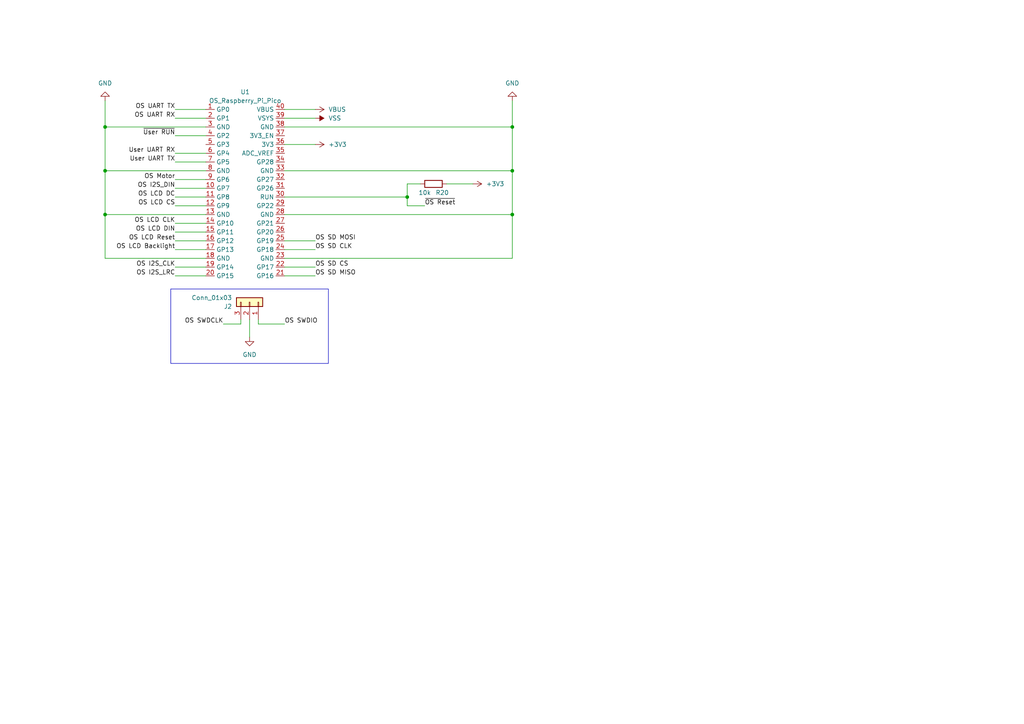
<source format=kicad_sch>
(kicad_sch (version 20230121) (generator eeschema)
  (paper "A4")
  (lib_symbols
    (symbol "Connector_Generic:Conn_01x03" (pin_names (offset 1.016) hide)
      (property "Reference" "J" (at 0 5.08 0))
      (property "Value" "Conn_01x03" (at 0 -5.08 0))
      (symbol "Conn_01x03_1_1"
        (rectangle (start -1.27 -2.413) (end 0 -2.667) (stroke (width 0.1524)))
        (rectangle (start -1.27 0.127) (end 0 -0.127) (stroke (width 0.1524)))
        (rectangle (start -1.27 2.667) (end 0 2.413) (stroke (width 0.1524)))
        (rectangle (start -1.27 3.81) (end 1.27 -3.81) (stroke (width 0.254)) (fill (type background)))
        (pin passive line (at -5.08 2.54 0) (length 3.81) (name "Pin_1") (number "1"))
        (pin passive line (at -5.08 0 0) (length 3.81) (name "Pin_2") (number "2"))
        (pin passive line (at -5.08 -2.54 0) (length 3.81) (name "Pin_3") (number "3"))
      )
    )
    (symbol "Device:R" (pin_numbers hide) (pin_names (offset 0))
      (property "Reference" "R" (at 2.032 0 90))
      (property "Value" "R" (at 0 0 90))
      (symbol "R_0_1"
        (rectangle (start -1.016 -2.54) (end 1.016 2.54) (stroke (width 0.254)))
      )
      (symbol "R_1_1"
        (pin passive line (at 0 3.81 270) (length 1.27) (name "~") (number "1"))
        (pin passive line (at 0 -3.81 90) (length 1.27) (name "~") (number "2"))
      )
    )
    (symbol "PICOnsole:Raspberry_Pi_Pico"
      (property "Reference" "U?" (at 0 -39.37 0))
      (property "Value" "Raspberry_Pi_Pico" (at 0 13.97 0))
      (symbol "Raspberry_Pi_Pico_0_0"
        (pin bidirectional line (at -11.43 11.43 0) (length 2.54) (name "GP0") (number "1"))
        (pin bidirectional line (at -11.43 -11.43 0) (length 2.54) (name "GP7") (number "10"))
        (pin bidirectional line (at -11.43 -13.97 0) (length 2.54) (name "GP8") (number "11"))
        (pin bidirectional line (at -11.43 -16.51 0) (length 2.54) (name "GP9") (number "12"))
        (pin power_in line (at -11.43 -19.05 0) (length 2.54) (name "GND") (number "13"))
        (pin bidirectional line (at -11.43 -21.59 0) (length 2.54) (name "GP10") (number "14"))
        (pin bidirectional line (at -11.43 -24.13 0) (length 2.54) (name "GP11") (number "15"))
        (pin bidirectional line (at -11.43 -26.67 0) (length 2.54) (name "GP12") (number "16"))
        (pin bidirectional line (at -11.43 -29.21 0) (length 2.54) (name "GP13") (number "17"))
        (pin power_in line (at -11.43 -31.75 0) (length 2.54) (name "GND") (number "18"))
        (pin bidirectional line (at -11.43 -34.29 0) (length 2.54) (name "GP14") (number "19"))
        (pin bidirectional line (at -11.43 8.89 0) (length 2.54) (name "GP1") (number "2"))
        (pin bidirectional line (at -11.43 -36.83 0) (length 2.54) (name "GP15") (number "20"))
        (pin bidirectional line (at 11.43 -36.83 180) (length 2.54) (name "GP16") (number "21"))
        (pin bidirectional line (at 11.43 -34.29 180) (length 2.54) (name "GP17") (number "22"))
        (pin power_in line (at 11.43 -31.75 180) (length 2.54) (name "GND") (number "23"))
        (pin bidirectional line (at 11.43 -29.21 180) (length 2.54) (name "GP18") (number "24"))
        (pin bidirectional line (at 11.43 -26.67 180) (length 2.54) (name "GP19") (number "25"))
        (pin bidirectional line (at 11.43 -24.13 180) (length 2.54) (name "GP20") (number "26"))
        (pin bidirectional line (at 11.43 -21.59 180) (length 2.54) (name "GP21") (number "27"))
        (pin power_in line (at 11.43 -19.05 180) (length 2.54) (name "GND") (number "28"))
        (pin bidirectional line (at 11.43 -16.51 180) (length 2.54) (name "GP22") (number "29"))
        (pin power_in line (at -11.43 6.35 0) (length 2.54) (name "GND") (number "3"))
        (pin input line (at 11.43 -13.97 180) (length 2.54) (name "RUN") (number "30"))
        (pin bidirectional line (at 11.43 -11.43 180) (length 2.54) (name "GP26") (number "31"))
        (pin bidirectional line (at 11.43 -8.89 180) (length 2.54) (name "GP27") (number "32"))
        (pin power_in line (at 11.43 -6.35 180) (length 2.54) (name "GND") (number "33"))
        (pin bidirectional line (at 11.43 -3.81 180) (length 2.54) (name "GP28") (number "34"))
        (pin output line (at 11.43 -1.27 180) (length 2.54) (name "ADC_VREF") (number "35"))
        (pin power_out line (at 11.43 1.27 180) (length 2.54) (name "3V3") (number "36"))
        (pin input line (at 11.43 3.81 180) (length 2.54) (name "3V3_EN") (number "37"))
        (pin power_in line (at 11.43 6.35 180) (length 2.54) (name "GND") (number "38"))
        (pin power_out line (at 11.43 8.89 180) (length 2.54) (name "VSYS") (number "39"))
        (pin bidirectional line (at -11.43 3.81 0) (length 2.54) (name "GP2") (number "4"))
        (pin power_in line (at 11.43 11.43 180) (length 2.54) (name "VBUS") (number "40"))
        (pin bidirectional line (at -11.43 1.27 0) (length 2.54) (name "GP3") (number "5"))
        (pin bidirectional line (at -11.43 -1.27 0) (length 2.54) (name "GP4") (number "6"))
        (pin bidirectional line (at -11.43 -3.81 0) (length 2.54) (name "GP5") (number "7"))
        (pin power_in line (at -11.43 -6.35 0) (length 2.54) (name "GND") (number "8"))
        (pin bidirectional line (at -11.43 -8.89 0) (length 2.54) (name "GP6") (number "9"))
      )
    )
    (symbol "power:+3.3V" (power) (pin_names (offset 0))
      (property "Value" "+3.3V" (at 0 3.556 0))
      (symbol "+3.3V_0_1"
        (polyline (pts (xy -0.762 1.27) (xy 0 2.54)))
        (polyline (pts (xy 0 0) (xy 0 2.54)))
        (polyline (pts (xy 0 2.54) (xy 0.762 1.27)))
      )
      (symbol "+3.3V_1_1"
        (pin power_in line (at 0 0 90) (length 0) hide (name "+3V3") (number "1"))
      )
    )
    (symbol "power:+3V3" (power) (pin_names (offset 0))
      (property "Value" "+3V3" (at 0 3.556 0))
      (symbol "+3V3_0_1"
        (polyline (pts (xy -0.762 1.27) (xy 0 2.54)))
        (polyline (pts (xy 0 0) (xy 0 2.54)))
        (polyline (pts (xy 0 2.54) (xy 0.762 1.27)))
      )
      (symbol "+3V3_1_1"
        (pin power_in line (at 0 0 90) (length 0) hide (name "+3V3") (number "1"))
      )
    )
    (symbol "power:GND" (power) (pin_names (offset 0))
      (property "Value" "GND" (at 0 -3.81 0))
      (symbol "GND_0_1"
        (polyline (pts (xy 0 0) (xy 0 -1.27) (xy 1.27 -1.27) (xy 0 -2.54) (xy -1.27 -1.27) (xy 0 -1.27)))
      )
      (symbol "GND_1_1"
        (pin power_in line (at 0 0 270) (length 0) hide (name "GND") (number "1"))
      )
    )
    (symbol "power:VBUS" (power) (pin_names (offset 0))
      (property "Value" "VBUS" (at 0 3.81 0))
      (symbol "VBUS_0_1"
        (polyline (pts (xy -0.762 1.27) (xy 0 2.54)))
        (polyline (pts (xy 0 0) (xy 0 2.54)))
        (polyline (pts (xy 0 2.54) (xy 0.762 1.27)))
      )
      (symbol "VBUS_1_1"
        (pin power_in line (at 0 0 90) (length 0) hide (name "VBUS") (number "1"))
      )
    )
    (symbol "power:VSS" (power) (pin_names (offset 0))
      (property "Value" "VSS" (at 0 3.81 0))
      (symbol "VSS_0_1"
        (polyline (pts (xy 0 0) (xy 0 2.54)))
        (polyline (pts (xy 0.762 1.27) (xy -0.762 1.27) (xy 0 2.54) (xy 0.762 1.27)) (fill (type outline)))
      )
      (symbol "VSS_1_1"
        (pin power_in line (at 0 0 90) (length 0) hide (name "VSS") (number "1"))
      )
    )
  )
  (junction (at 30.48 49.53))
  (junction (at 118.11 57.15))
  (junction (at 30.48 36.83))
  (junction (at 30.48 62.23))
  (junction (at 148.59 49.53))
  (junction (at 148.59 36.83))
  (junction (at 148.59 62.23))
  (wire (pts (xy 82.55 49.53) (xy 148.59 49.53)))
  (wire (pts (xy 30.48 62.23) (xy 30.48 74.93)))
  (wire (pts (xy 148.59 49.53) (xy 148.59 36.83)))
  (wire (pts (xy 30.48 49.53) (xy 59.69 49.53)))
  (wire (pts (xy 50.8 31.75) (xy 59.69 31.75)))
  (wire (pts (xy 82.55 77.47) (xy 91.44 77.47)))
  (wire (pts (xy 50.8 69.85) (xy 59.69 69.85)))
  (wire (pts (xy 50.8 44.45) (xy 59.69 44.45)))
  (wire (pts (xy 72.39 97.79) (xy 72.39 92.71)))
  (wire (pts (xy 30.48 29.21) (xy 30.48 36.83)))
  (wire (pts (xy 50.8 77.47) (xy 59.69 77.47)))
  (wire (pts (xy 50.8 52.07) (xy 59.69 52.07)))
  (wire (pts (xy 50.8 54.61) (xy 59.69 54.61)))
  (wire (pts (xy 82.55 74.93) (xy 148.59 74.93)))
  (wire (pts (xy 82.55 93.98) (xy 74.93 93.98)))
  (wire (pts (xy 50.8 34.29) (xy 59.69 34.29)))
  (wire (pts (xy 82.55 62.23) (xy 148.59 62.23)))
  (wire (pts (xy 50.8 72.39) (xy 59.69 72.39)))
  (wire (pts (xy 50.8 39.37) (xy 59.69 39.37)))
  (wire (pts (xy 50.8 46.99) (xy 59.69 46.99)))
  (wire (pts (xy 82.55 69.85) (xy 91.44 69.85)))
  (wire (pts (xy 64.77 93.98) (xy 69.85 93.98)))
  (wire (pts (xy 30.48 62.23) (xy 59.69 62.23)))
  (wire (pts (xy 148.59 36.83) (xy 148.59 29.21)))
  (wire (pts (xy 148.59 74.93) (xy 148.59 62.23)))
  (wire (pts (xy 121.92 53.34) (xy 118.11 53.34)))
  (wire (pts (xy 82.55 36.83) (xy 148.59 36.83)))
  (wire (pts (xy 74.93 93.98) (xy 74.93 92.71)))
  (wire (pts (xy 82.55 34.29) (xy 91.44 34.29)))
  (wire (pts (xy 50.8 64.77) (xy 59.69 64.77)))
  (wire (pts (xy 82.55 41.91) (xy 91.44 41.91)))
  (wire (pts (xy 82.55 57.15) (xy 118.11 57.15)))
  (wire (pts (xy 30.48 36.83) (xy 59.69 36.83)))
  (wire (pts (xy 118.11 59.69) (xy 118.11 57.15)))
  (wire (pts (xy 50.8 80.01) (xy 59.69 80.01)))
  (wire (pts (xy 82.55 31.75) (xy 91.44 31.75)))
  (wire (pts (xy 123.19 59.69) (xy 118.11 59.69)))
  (wire (pts (xy 137.16 53.34) (xy 129.54 53.34)))
  (wire (pts (xy 30.48 49.53) (xy 30.48 62.23)))
  (wire (pts (xy 30.48 74.93) (xy 59.69 74.93)))
  (wire (pts (xy 82.55 72.39) (xy 91.44 72.39)))
  (wire (pts (xy 30.48 36.83) (xy 30.48 49.53)))
  (wire (pts (xy 82.55 80.01) (xy 91.44 80.01)))
  (wire (pts (xy 69.85 93.98) (xy 69.85 92.71)))
  (wire (pts (xy 50.8 59.69) (xy 59.69 59.69)))
  (wire (pts (xy 118.11 57.15) (xy 118.11 53.34)))
  (wire (pts (xy 148.59 62.23) (xy 148.59 49.53)))
  (wire (pts (xy 50.8 57.15) (xy 59.69 57.15)))
  (wire (pts (xy 50.8 67.31) (xy 59.69 67.31)))
  (rectangle (start 49.53 83.82) (end 95.25 105.41))
  (label "OS LCD DIN" (at 50.8 67.31 180))
  (label "~{OS Reset}" (at 123.19 59.69 0))
  (label "User UART TX" (at 50.8 46.99 180))
  (label "OS I2S_CLK" (at 50.8 77.47 180))
  (label "OS I2S_LRC" (at 50.8 80.01 180))
  (label "OS UART RX" (at 50.8 34.29 180))
  (label "OS SWDCLK" (at 64.77 93.98 180))
  (label "OS Motor" (at 50.8 52.07 180))
  (label "OS LCD Backlight" (at 50.8 72.39 180))
  (label "OS LCD CLK" (at 50.8 64.77 180))
  (label "OS SD CLK" (at 91.44 72.39 0))
  (label "OS UART TX" (at 50.8 31.75 180))
  (label "OS LCD DC" (at 50.8 57.15 180))
  (label "User UART RX" (at 50.8 44.45 180))
  (label "OS I2S_DIN" (at 50.8 54.61 180))
  (label "OS SD MOSI" (at 91.44 69.85 0))
  (label "OS SWDIO" (at 82.55 93.98 0))
  (label "OS LCD CS" (at 50.8 59.69 180))
  (label "OS LCD Reset" (at 50.8 69.85 180))
  (label "OS SD CS" (at 91.44 77.47 0))
  (label "OS SD MISO" (at 91.44 80.01 0))
  (label "~{User RUN}" (at 50.8 39.37 180))
  (symbol (lib_id "power:+3.3V") (at 91.44 41.91 270) (unit 1)
    (property "Reference" "#PWR0120" (effects hide))
    (property "Value" "+3.3V" (at 95.25 41.9099 90) (effects (justify left)))
    (instances (project "PICOnsole" (path "" (reference "#PWR0120") (unit 1)) (path "" (reference "#PWR022") (unit 1)) (path "" (reference "#PWR022") (unit 1))))
  )
  (symbol (lib_id "PICOnsole:Raspberry_Pi_Pico") (at 71.12 43.18 0) (unit 1)
    (property "Reference" "U1" (at 71.12 26.67 0))
    (property "Value" "OS_Raspberry_Pi_Pico" (at 71.12 29.21 0))
    (property "Footprint" "PICOnsole:Raspberry_Pi_Pico" (effects hide))
  )
  (symbol (lib_id "power:GND") (at 72.39 97.79 0) (mirror y) (unit 1)
    (property "Reference" "#PWR0111" (effects hide))
    (property "Value" "GND" (at 72.39 102.87 0))
    (instances (project "PICOnsole" (path "" (reference "#PWR0111") (unit 1)) (path "" (reference "#PWR023") (unit 1)) (path "" (reference "#PWR040") (unit 1)) (path "" (reference "#PWR039") (unit 1))))
  )
  (symbol (lib_id "power:GND") (at 148.59 29.21 180) (unit 1)
    (property "Reference" "#PWR0111" (effects hide))
    (property "Value" "GND" (at 148.59 24.13 0))
    (instances (project "PICOnsole" (path "" (reference "#PWR0111") (unit 1)) (path "" (reference "#PWR023") (unit 1)) (path "" (reference "#PWR023") (unit 1))))
  )
  (symbol (lib_id "power:GND") (at 30.48 29.21 180) (unit 1)
    (property "Reference" "#PWR0105" (effects hide))
    (property "Value" "GND" (at 30.48 24.13 0))
    (instances (project "PICOnsole" (path "" (reference "#PWR0105") (unit 1)) (path "" (reference "#PWR019") (unit 1)) (path "" (reference "#PWR019") (unit 1))))
  )
  (symbol (lib_id "power:+3V3") (at 137.16 53.34 270) (unit 1)
    (property "Reference" "#PWR074" (effects hide))
    (property "Value" "+3V3" (at 140.97 53.34 90) (effects (justify left)))
    (instances (project "PICOnsole" (path "" (reference "#PWR074") (unit 1)) (path "" (reference "#PWR077") (unit 1))))
  )
  (symbol (lib_id "Connector_Generic:Conn_01x03") (at 72.39 87.63 270) (mirror x) (unit 1)
    (property "Reference" "J2" (at 67.31 88.9 90) (effects (justify right)))
    (property "Value" "Conn_01x03" (at 67.31 86.36 90) (effects (justify right)))
    (property "Footprint" "Connector_PinHeader_2.54mm:PinHeader_1x03_P2.54mm_Vertical" (effects hide))
    (instances (project "PICOnsole" (path "" (reference "J2") (unit 1)) (path "" (reference "J3") (unit 1))))
  )
  (symbol (lib_id "Device:R") (at 125.73 53.34 270) (unit 1)
    (property "Reference" "R20" (at 128.27 55.88 90))
    (property "Value" "10k" (at 123.19 55.88 90))
    (property "Footprint" "Resistor_SMD:R_0805_2012Metric" (effects hide))
    (instances (project "PICOnsole" (path "" (reference "R20") (unit 1)) (path "" (reference "R21") (unit 1))))
  )
  (symbol (lib_id "power:VSS") (at 91.44 34.29 270) (unit 1)
    (property "Reference" "#PWR0106" (effects hide))
    (property "Value" "VSS" (at 95.25 34.29 90) (effects (justify left)))
    (instances (project "PICOnsole" (path "" (reference "#PWR0106") (unit 1)) (path "" (reference "#PWR021") (unit 1)) (path "" (reference "#PWR021") (unit 1))))
  )
  (symbol (lib_id "power:VBUS") (at 91.44 31.75 270) (unit 1)
    (property "Reference" "#PWR0110" (effects hide))
    (property "Value" "VBUS" (at 95.25 31.7499 90) (effects (justify left)))
    (instances (project "PICOnsole" (path "" (reference "#PWR0110") (unit 1)) (path "" (reference "#PWR020") (unit 1)) (path "" (reference "#PWR020") (unit 1))))
  )
)
</source>
